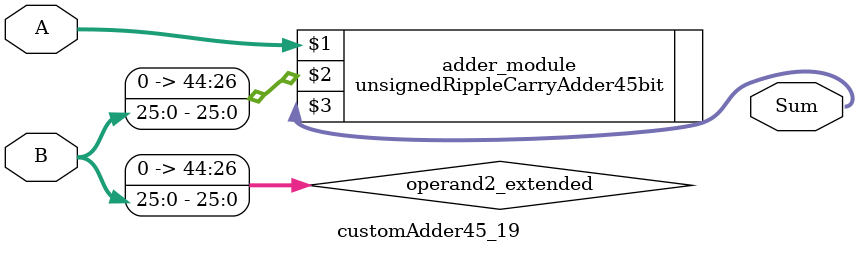
<source format=v>
module customAdder45_19(
                        input [44 : 0] A,
                        input [25 : 0] B,
                        
                        output [45 : 0] Sum
                );

        wire [44 : 0] operand2_extended;
        
        assign operand2_extended =  {19'b0, B};
        
        unsignedRippleCarryAdder45bit adder_module(
            A,
            operand2_extended,
            Sum
        );
        
        endmodule
        
</source>
